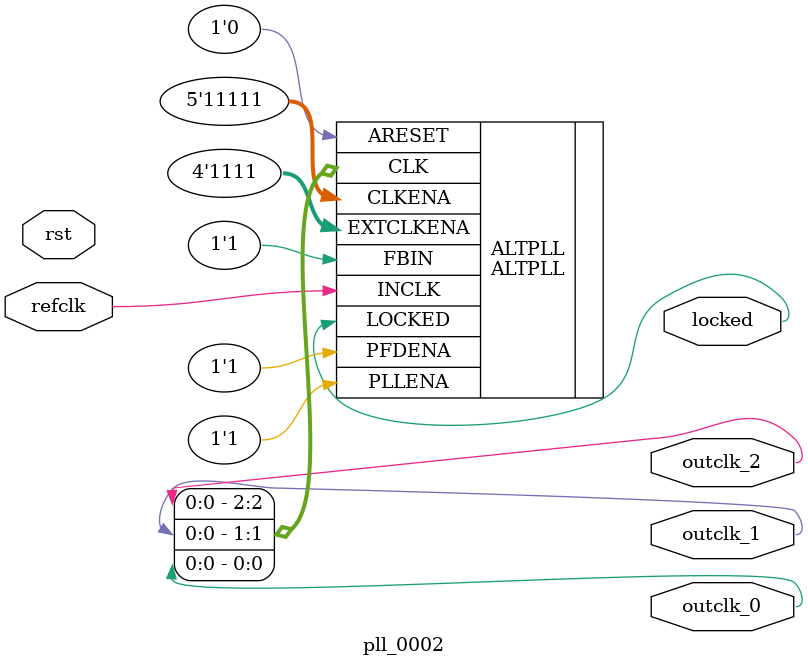
<source format=v>
`timescale 1ns/10ps
module  pll_0002 (
	input wire refclk,
	input wire rst,
	output wire outclk_0,
	output wire outclk_1,
	output wire outclk_2,
	output wire locked
);

`ifdef CYCLONEV
	altera_pll #(
		.fractional_vco_multiplier("false"),
		.reference_clock_frequency("50.0 MHz"),
		.operation_mode("direct"),
		.number_of_clocks(3),
		.output_clock_frequency0("48.000000 MHz"),
		.phase_shift0("0 ps"),
		.duty_cycle0(50),
		.output_clock_frequency1("6.000000 MHz"),
		.phase_shift1("0 ps"),
		.duty_cycle1(50),
		.output_clock_frequency2("24.000000 MHz"),
		.phase_shift2("0 ps"),
		.duty_cycle2(50),
		.pll_type("General"),
		.pll_subtype("General")
	) altera_pll_i (
		.rst	(rst),
		.outclk	({outclk_2, outclk_1, outclk_0}),
		.locked	(locked),
		.fboutclk	( ),
		.fbclk	(1'b0),
		.refclk	(refclk)
	);
`else
	ALTPLL #(
		.BANDWIDTH_TYPE("AUTO"),
		.CLK0_DIVIDE_BY(10'd27),   // 48 MHz ≈ 50 MHz * 26 / 27
		.CLK0_DUTY_CYCLE(6'd50),
		.CLK0_MULTIPLY_BY(10'd26),
		.CLK0_PHASE_SHIFT(1'd0),
		.CLK1_DIVIDE_BY(10'd216),   // 6 MHz ≈ 50 MHz * 26 / 216
		.CLK1_DUTY_CYCLE(6'd50),
		.CLK1_MULTIPLY_BY(10'd26),
		.CLK1_PHASE_SHIFT(1'd0),
		.CLK2_DIVIDE_BY(10'd54),   // 24 MHz ≈ 50 MHz * 26 / 54
		.CLK2_DUTY_CYCLE(6'd50),
		.CLK2_MULTIPLY_BY(10'd26),
		.CLK2_PHASE_SHIFT(1'd0),
		.COMPENSATE_CLOCK("CLK0"),
		.INCLK0_INPUT_FREQUENCY(15'd20000),
		.OPERATION_MODE("NORMAL")
	) ALTPLL (
		.ARESET(1'd0),
		.CLKENA(5'd31),
		.EXTCLKENA(4'd15),
		.FBIN(1'd1),
		.INCLK(refclk),
		.PFDENA(1'd1),
		.PLLENA(1'd1),
		.CLK({outclk_2, outclk_1, outclk_0}),
		.LOCKED(locked)
	);
`endif

endmodule


</source>
